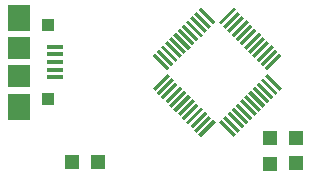
<source format=gtp>
%TF.GenerationSoftware,KiCad,Pcbnew,4.0.7*%
%TF.CreationDate,2017-12-01T19:39:18+08:00*%
%TF.ProjectId,ST-Link V2.1,53542D4C696E6B2056322E312E6B6963,rev?*%
%TF.FileFunction,Paste,Top*%
%FSLAX46Y46*%
G04 Gerber Fmt 4.6, Leading zero omitted, Abs format (unit mm)*
G04 Created by KiCad (PCBNEW 4.0.7) date 12/01/17 19:39:18*
%MOMM*%
%LPD*%
G01*
G04 APERTURE LIST*
%ADD10C,0.100000*%
%ADD11R,1.200000X1.200000*%
%ADD12R,1.900000X2.250000*%
%ADD13R,1.000000X1.000000*%
%ADD14R,1.350000X0.400000*%
%ADD15R,1.900000X1.900000*%
G04 APERTURE END LIST*
D10*
D11*
X8892000Y-19918600D03*
X6692000Y-19918600D03*
X25680912Y-20006150D03*
X25680912Y-17806150D03*
X23523600Y-20027000D03*
X23523600Y-17827000D03*
D12*
X2200000Y-7650000D03*
X2200000Y-15200000D03*
D13*
X4650000Y-8275000D03*
X4650000Y-14575000D03*
D14*
X5300000Y-10125000D03*
X5300000Y-10775000D03*
X5300000Y-11425000D03*
X5300000Y-12075000D03*
X5300000Y-12725000D03*
D15*
X2200000Y-12625000D03*
X2200000Y-10225000D03*
D10*
G36*
X14773553Y-12126285D02*
X13536117Y-10888849D01*
X13748249Y-10676717D01*
X14985685Y-11914153D01*
X14773553Y-12126285D01*
X14773553Y-12126285D01*
G37*
G36*
X15127106Y-11772732D02*
X13889670Y-10535296D01*
X14101802Y-10323164D01*
X15339238Y-11560600D01*
X15127106Y-11772732D01*
X15127106Y-11772732D01*
G37*
G36*
X15480660Y-11419178D02*
X14243224Y-10181742D01*
X14455356Y-9969610D01*
X15692792Y-11207046D01*
X15480660Y-11419178D01*
X15480660Y-11419178D01*
G37*
G36*
X15834213Y-11065625D02*
X14596777Y-9828189D01*
X14808909Y-9616057D01*
X16046345Y-10853493D01*
X15834213Y-11065625D01*
X15834213Y-11065625D01*
G37*
G36*
X16187766Y-10712072D02*
X14950330Y-9474636D01*
X15162462Y-9262504D01*
X16399898Y-10499940D01*
X16187766Y-10712072D01*
X16187766Y-10712072D01*
G37*
G36*
X15516016Y-8908950D02*
X16753452Y-10146386D01*
X16541320Y-10358518D01*
X15303884Y-9121082D01*
X15516016Y-8908950D01*
X15516016Y-8908950D01*
G37*
G36*
X16894873Y-10004965D02*
X15657437Y-8767529D01*
X15869569Y-8555397D01*
X17107005Y-9792833D01*
X16894873Y-10004965D01*
X16894873Y-10004965D01*
G37*
G36*
X17248427Y-9651411D02*
X16010991Y-8413975D01*
X16223123Y-8201843D01*
X17460559Y-9439279D01*
X17248427Y-9651411D01*
X17248427Y-9651411D01*
G37*
G36*
X17601980Y-9297858D02*
X16364544Y-8060422D01*
X16576676Y-7848290D01*
X17814112Y-9085726D01*
X17601980Y-9297858D01*
X17601980Y-9297858D01*
G37*
G36*
X17955533Y-8944305D02*
X16718097Y-7706869D01*
X16930229Y-7494737D01*
X18167665Y-8732173D01*
X17955533Y-8944305D01*
X17955533Y-8944305D01*
G37*
G36*
X18309087Y-8590751D02*
X17071651Y-7353315D01*
X17283783Y-7141183D01*
X18521219Y-8378619D01*
X18309087Y-8590751D01*
X18309087Y-8590751D01*
G37*
G36*
X18662640Y-8237198D02*
X17425204Y-6999762D01*
X17637336Y-6787630D01*
X18874772Y-8025066D01*
X18662640Y-8237198D01*
X18662640Y-8237198D01*
G37*
G36*
X17107005Y-14742581D02*
X15869569Y-15980017D01*
X15657437Y-15767885D01*
X16894873Y-14530449D01*
X17107005Y-14742581D01*
X17107005Y-14742581D01*
G37*
G36*
X16753452Y-14389028D02*
X15516016Y-15626464D01*
X15303884Y-15414332D01*
X16541320Y-14176896D01*
X16753452Y-14389028D01*
X16753452Y-14389028D01*
G37*
G36*
X16399898Y-14035474D02*
X15162462Y-15272910D01*
X14950330Y-15060778D01*
X16187766Y-13823342D01*
X16399898Y-14035474D01*
X16399898Y-14035474D01*
G37*
G36*
X16046345Y-13681921D02*
X14808909Y-14919357D01*
X14596777Y-14707225D01*
X15834213Y-13469789D01*
X16046345Y-13681921D01*
X16046345Y-13681921D01*
G37*
G36*
X15692792Y-13328368D02*
X14455356Y-14565804D01*
X14243224Y-14353672D01*
X15480660Y-13116236D01*
X15692792Y-13328368D01*
X15692792Y-13328368D01*
G37*
G36*
X15339238Y-12974814D02*
X14101802Y-14212250D01*
X13889670Y-14000118D01*
X15127106Y-12762682D01*
X15339238Y-12974814D01*
X15339238Y-12974814D01*
G37*
G36*
X17460559Y-15096135D02*
X16223123Y-16333571D01*
X16010991Y-16121439D01*
X17248427Y-14884003D01*
X17460559Y-15096135D01*
X17460559Y-15096135D01*
G37*
G36*
X14985685Y-12621261D02*
X13748249Y-13858697D01*
X13536117Y-13646565D01*
X14773553Y-12409129D01*
X14985685Y-12621261D01*
X14985685Y-12621261D01*
G37*
G36*
X17814112Y-15449688D02*
X16576676Y-16687124D01*
X16364544Y-16474992D01*
X17601980Y-15237556D01*
X17814112Y-15449688D01*
X17814112Y-15449688D01*
G37*
G36*
X18167665Y-15803241D02*
X16930229Y-17040677D01*
X16718097Y-16828545D01*
X17955533Y-15591109D01*
X18167665Y-15803241D01*
X18167665Y-15803241D01*
G37*
G36*
X18521219Y-16156795D02*
X17283783Y-17394231D01*
X17071651Y-17182099D01*
X18309087Y-15944663D01*
X18521219Y-16156795D01*
X18521219Y-16156795D01*
G37*
G36*
X18874772Y-16510348D02*
X17637336Y-17747784D01*
X17425204Y-17535652D01*
X18662640Y-16298216D01*
X18874772Y-16510348D01*
X18874772Y-16510348D01*
G37*
G36*
X22516372Y-15626464D02*
X21278936Y-14389028D01*
X21491068Y-14176896D01*
X22728504Y-15414332D01*
X22516372Y-15626464D01*
X22516372Y-15626464D01*
G37*
G36*
X22162819Y-15980017D02*
X20925383Y-14742581D01*
X21137515Y-14530449D01*
X22374951Y-15767885D01*
X22162819Y-15980017D01*
X22162819Y-15980017D01*
G37*
G36*
X21809265Y-16333571D02*
X20571829Y-15096135D01*
X20783961Y-14884003D01*
X22021397Y-16121439D01*
X21809265Y-16333571D01*
X21809265Y-16333571D01*
G37*
G36*
X21455712Y-16687124D02*
X20218276Y-15449688D01*
X20430408Y-15237556D01*
X21667844Y-16474992D01*
X21455712Y-16687124D01*
X21455712Y-16687124D01*
G37*
G36*
X21102159Y-17040677D02*
X19864723Y-15803241D01*
X20076855Y-15591109D01*
X21314291Y-16828545D01*
X21102159Y-17040677D01*
X21102159Y-17040677D01*
G37*
G36*
X20748605Y-17394231D02*
X19511169Y-16156795D01*
X19723301Y-15944663D01*
X20960737Y-17182099D01*
X20748605Y-17394231D01*
X20748605Y-17394231D01*
G37*
G36*
X20395052Y-17747784D02*
X19157616Y-16510348D01*
X19369748Y-16298216D01*
X20607184Y-17535652D01*
X20395052Y-17747784D01*
X20395052Y-17747784D01*
G37*
G36*
X22869926Y-15272910D02*
X21632490Y-14035474D01*
X21844622Y-13823342D01*
X23082058Y-15060778D01*
X22869926Y-15272910D01*
X22869926Y-15272910D01*
G37*
G36*
X23223479Y-14919357D02*
X21986043Y-13681921D01*
X22198175Y-13469789D01*
X23435611Y-14707225D01*
X23223479Y-14919357D01*
X23223479Y-14919357D01*
G37*
G36*
X23577032Y-14565804D02*
X22339596Y-13328368D01*
X22551728Y-13116236D01*
X23789164Y-14353672D01*
X23577032Y-14565804D01*
X23577032Y-14565804D01*
G37*
G36*
X23930586Y-14212250D02*
X22693150Y-12974814D01*
X22905282Y-12762682D01*
X24142718Y-14000118D01*
X23930586Y-14212250D01*
X23930586Y-14212250D01*
G37*
G36*
X24284139Y-13858697D02*
X23046703Y-12621261D01*
X23258835Y-12409129D01*
X24496271Y-13646565D01*
X24284139Y-13858697D01*
X24284139Y-13858697D01*
G37*
G36*
X22374951Y-8767529D02*
X21137515Y-10004965D01*
X20925383Y-9792833D01*
X22162819Y-8555397D01*
X22374951Y-8767529D01*
X22374951Y-8767529D01*
G37*
G36*
X22728504Y-9121082D02*
X21491068Y-10358518D01*
X21278936Y-10146386D01*
X22516372Y-8908950D01*
X22728504Y-9121082D01*
X22728504Y-9121082D01*
G37*
G36*
X22021397Y-8413975D02*
X20783961Y-9651411D01*
X20571829Y-9439279D01*
X21809265Y-8201843D01*
X22021397Y-8413975D01*
X22021397Y-8413975D01*
G37*
G36*
X21667844Y-8060422D02*
X20430408Y-9297858D01*
X20218276Y-9085726D01*
X21455712Y-7848290D01*
X21667844Y-8060422D01*
X21667844Y-8060422D01*
G37*
G36*
X21314291Y-7706869D02*
X20076855Y-8944305D01*
X19864723Y-8732173D01*
X21102159Y-7494737D01*
X21314291Y-7706869D01*
X21314291Y-7706869D01*
G37*
G36*
X20960737Y-7353315D02*
X19723301Y-8590751D01*
X19511169Y-8378619D01*
X20748605Y-7141183D01*
X20960737Y-7353315D01*
X20960737Y-7353315D01*
G37*
G36*
X20607184Y-6999762D02*
X19369748Y-8237198D01*
X19157616Y-8025066D01*
X20395052Y-6787630D01*
X20607184Y-6999762D01*
X20607184Y-6999762D01*
G37*
G36*
X23082058Y-9474636D02*
X21844622Y-10712072D01*
X21632490Y-10499940D01*
X22869926Y-9262504D01*
X23082058Y-9474636D01*
X23082058Y-9474636D01*
G37*
G36*
X23435611Y-9828189D02*
X22198175Y-11065625D01*
X21986043Y-10853493D01*
X23223479Y-9616057D01*
X23435611Y-9828189D01*
X23435611Y-9828189D01*
G37*
G36*
X23789164Y-10181742D02*
X22551728Y-11419178D01*
X22339596Y-11207046D01*
X23577032Y-9969610D01*
X23789164Y-10181742D01*
X23789164Y-10181742D01*
G37*
G36*
X24142718Y-10535296D02*
X22905282Y-11772732D01*
X22693150Y-11560600D01*
X23930586Y-10323164D01*
X24142718Y-10535296D01*
X24142718Y-10535296D01*
G37*
G36*
X24496271Y-10888849D02*
X23258835Y-12126285D01*
X23046703Y-11914153D01*
X24284139Y-10676717D01*
X24496271Y-10888849D01*
X24496271Y-10888849D01*
G37*
M02*

</source>
